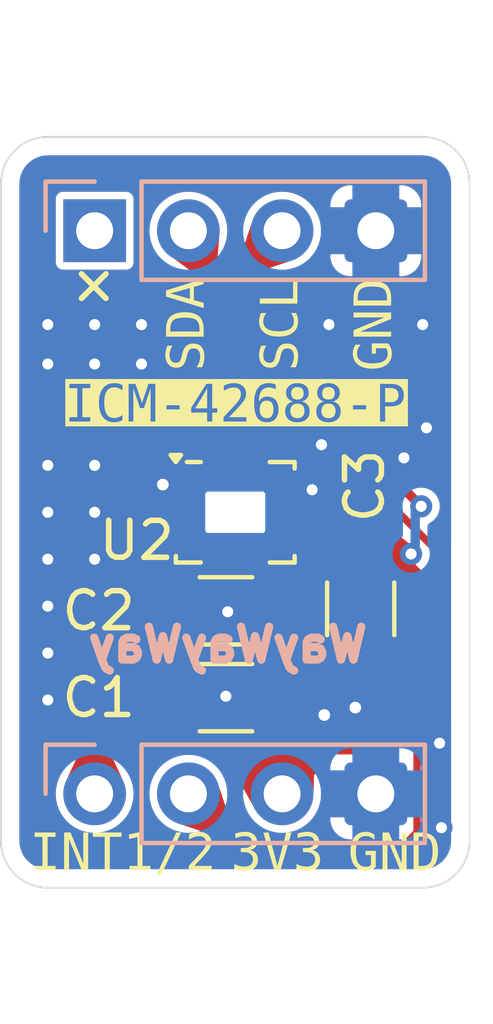
<source format=kicad_pcb>
(kicad_pcb (version 20240108) (generator "pcbnew") (generator_version "8.0")
  (layers (0 "F.Cu" signal) (31 "B.Cu" signal) (34 "B.Paste" user) (35 "F.Paste" user) (36 "B.SilkS" user "B.Silkscreen") (37 "F.SilkS" user "F.Silkscreen") (38 "B.Mask" user) (39 "F.Mask" user) (44 "Edge.Cuts" user))
  (net 0 "")
  (net 1 "+3V3")
  (net 2 "GND")
  (net 3 "/IMU_INT1")
  (net 4 "/IMU_INT2")
  (net 6 "/I2C2_SDA")
  (net 7 "/I2C2_SCL")
  (footprint "Capacitor_SMD:C_1206_3216Metric_Pad1.33x1.80mm_HandSolder" (layer "F.Cu") (at 135.64 97.727)
    (property "Reference" "C1" (at -3.45 0 0) (layer "F.SilkS"))
    (property "Value" "2u2")
    (fp_line (start -0.711252 -0.91) (end 0.711252 -0.91) (stroke (width 0.12)) (layer "F.SilkS"))
    (fp_line (start -0.711252 0.91) (end 0.711252 0.91) (stroke (width 0.12)) (layer "F.SilkS"))
    (pad "1" smd roundrect (at -1.5625 0) (size 1.325 1.8) (layers "F.Cu" "F.Paste" "F.Mask") (roundrect_rratio 0.188679) (net 1 "+3V3"))
    (pad "2" smd roundrect (at 1.5625 0) (size 1.325 1.8) (layers "F.Cu" "F.Paste" "F.Mask") (roundrect_rratio 0.188679) (net 2 "GND"))
  )
  (footprint "Capacitor_SMD:C_1206_3216Metric_Pad1.33x1.80mm_HandSolder" (layer "F.Cu") (at 135.64 95.377)
    (property "Reference" "C2" (at -3.45 0 0) (layer "F.SilkS"))
    (property "Value" "100n")
    (fp_line (start -0.711252 -0.91) (end 0.711252 -0.91) (stroke (width 0.12)) (layer "F.SilkS"))
    (fp_line (start -0.711252 0.91) (end 0.711252 0.91) (stroke (width 0.12)) (layer "F.SilkS"))
    (pad "1" smd roundrect (at -1.5625 0) (size 1.325 1.8) (layers "F.Cu" "F.Paste" "F.Mask") (roundrect_rratio 0.188679) (net 1 "+3V3"))
    (pad "2" smd roundrect (at 1.5625 0) (size 1.325 1.8) (layers "F.Cu" "F.Paste" "F.Mask") (roundrect_rratio 0.188679) (net 2 "GND"))
  )
  (footprint "Package_LGA:LGA-14_3x2.5mm_P0.5mm_LayoutBorder3x4y_Keepout" (layer "F.Cu") (at 135.89 92.71)
    (property "Reference" "U2" (at -2.667 0.762 0) (layer "F.SilkS"))
    (property "Value" "ICM-42688-P")
    (fp_line (start -1.61 1.36) (end -1.61 1.185) (stroke (width 0.12)) (layer "F.SilkS"))
    (fp_line (start -0.935 -1.36) (end -1.31 -1.36) (stroke (width 0.12)) (layer "F.SilkS"))
    (fp_line (start -0.935 1.36) (end -1.61 1.36) (stroke (width 0.12)) (layer "F.SilkS"))
    (fp_line (start 0.935 -1.36) (end 1.61 -1.36) (stroke (width 0.12)) (layer "F.SilkS"))
    (fp_line (start 0.935 1.36) (end 1.61 1.36) (stroke (width 0.12)) (layer "F.SilkS"))
    (fp_line (start 1.61 -1.36) (end 1.61 -1.185) (stroke (width 0.12)) (layer "F.SilkS"))
    (fp_line (start 1.61 1.36) (end 1.61 1.185) (stroke (width 0.12)) (layer "F.SilkS"))
    (fp_poly (pts (xy -1.61 -1.36) (xy -1.75 -1.55) (xy -1.47 -1.55) (xy -1.61 -1.36)) (stroke (width 0.12)) (fill solid) (layer "F.SilkS"))
    (pad "1" smd roundrect (at -1.1625 -0.75) (size 0.6096 0.3302) (layers "F.Cu" "F.Paste" "F.Mask") (net 2 "GND"))
    (pad "2" smd roundrect (at -1.1625 -0.25) (size 0.6096 0.3302) (layers "F.Cu" "F.Paste" "F.Mask"))
    (pad "3" smd roundrect (at -1.1625 0.25) (size 0.6096 0.3302) (layers "F.Cu" "F.Paste" "F.Mask"))
    (pad "4" smd roundrect (at -1.1625 0.75) (size 0.6096 0.3302) (layers "F.Cu" "F.Paste" "F.Mask") (net 3 "/IMU_INT1"))
    (pad "5" smd roundrect (at -0.5 0.9125) (size 0.3302 0.6096) (layers "F.Cu" "F.Paste" "F.Mask") (net 1 "+3V3"))
    (pad "6" smd roundrect (at 0 0.9125) (size 0.3302 0.6096) (layers "F.Cu" "F.Paste" "F.Mask") (net 2 "GND"))
    (pad "7" smd roundrect (at 0.5 0.9125) (size 0.3302 0.6096) (layers "F.Cu" "F.Paste" "F.Mask") (net 2 "GND"))
    (pad "8" smd roundrect (at 1.1625 0.75) (size 0.6096 0.3302) (layers "F.Cu" "F.Paste" "F.Mask") (net 1 "+3V3"))
    (pad "9" smd roundrect (at 1.1625 0.25) (size 0.6096 0.3302) (layers "F.Cu" "F.Paste" "F.Mask") (net 4 "/IMU_INT2"))
    (pad "10" smd roundrect (at 1.1625 -0.25) (size 0.6096 0.3302) (layers "F.Cu" "F.Paste" "F.Mask"))
    (pad "11" smd roundrect (at 1.1625 -0.75) (size 0.6096 0.3302) (layers "F.Cu" "F.Paste" "F.Mask") (net 2 "GND"))
    (pad "12" smd roundrect (at 0.5 -0.9125) (size 0.3302 0.6096) (layers "F.Cu" "F.Paste" "F.Mask") (net 1 "+3V3"))
    (pad "13" smd roundrect (at 0 -0.9125) (size 0.3302 0.6096) (layers "F.Cu" "F.Paste" "F.Mask") (net 7 "/I2C2_SCL"))
    (pad "14" smd roundrect (at -0.5 -0.9125) (size 0.3302 0.6096) (layers "F.Cu" "F.Paste" "F.Mask") (net 6 "/I2C2_SDA"))
    (zone (net 0) (net_name "") (layers "F&B.Cu") (connect_pads (clearance 0)) (min_thickness 0.25)
      (keepout (tracks not_allowed) (vias not_allowed) (pads not_allowed) (copperpour not_allowed) (footprints allowed))
      (fill (thermal_gap 0.5) (thermal_bridge_width 0.5))
      (polygon (pts (xy 135.14 92.21) (xy 136.64 92.21) (xy 136.64 93.21) (xy 135.14 93.21)))
    )
  )
  (footprint "Capacitor_SMD:C_1206_3216Metric_Pad1.33x1.80mm_HandSolder" (layer "F.Cu") (at 139.29 95.3225 -90)
    (property "Reference" "C3" (at -3.3237 -0.1052 -90) (layer "F.SilkS"))
    (property "Value" "10n")
    (fp_line (start -0.711252 0.91) (end 0.711252 0.91) (stroke (width 0.12)) (layer "F.SilkS"))
    (fp_line (start -0.711252 -0.91) (end 0.711252 -0.91) (stroke (width 0.12)) (layer "F.SilkS"))
    (pad "1" smd roundrect (at -1.5625 0 270) (size 1.325 1.8) (layers "F.Cu" "F.Paste" "F.Mask") (roundrect_rratio 0.188679) (net 1 "+3V3"))
    (pad "2" smd roundrect (at 1.5625 0 270) (size 1.325 1.8) (layers "F.Cu" "F.Paste" "F.Mask") (roundrect_rratio 0.188679) (net 2 "GND"))
  )
  (footprint "Connector_PinHeader_2.54mm:PinHeader_1x04_P2.54mm_Vertical" (layer "B.Cu") (at 132.08 85.09 -90)
    (property "Reference" "J2" (hide yes))
    (property "Value" "Conn_01x04_Pin")
    (fp_line (start -1.33 1.33) (end -1.33 0) (stroke (width 0.12)) (layer "B.SilkS"))
    (fp_line (start 0 1.33) (end -1.33 1.33) (stroke (width 0.12)) (layer "B.SilkS"))
    (fp_line (start 1.33 -1.27) (end -1.33 -1.27) (stroke (width 0.12)) (layer "B.SilkS"))
    (fp_line (start -1.33 -8.95) (end -1.33 -1.27) (stroke (width 0.12)) (layer "B.SilkS"))
    (fp_line (start 1.33 -8.95) (end 1.33 -1.27) (stroke (width 0.12)) (layer "B.SilkS"))
    (fp_line (start 1.33 -8.95) (end -1.33 -8.95) (stroke (width 0.12)) (layer "B.SilkS"))
    (pad "1" thru_hole rect (at 0 0 270) (size 1.7 1.7) (drill 1) (layers "*.Cu" "*.Mask"))
    (pad "2" thru_hole oval (at 0 -2.54 270) (size 1.7 1.7) (drill 1) (layers "*.Cu" "*.Mask") (net 6 "/I2C2_SDA"))
    (pad "3" thru_hole oval (at 0 -5.08 270) (size 1.7 1.7) (drill 1) (layers "*.Cu" "*.Mask") (net 7 "/I2C2_SCL"))
    (pad "4" thru_hole roundrect (at 0 -7.62 270) (size 1.7 1.7) (drill 1) (layers "*.Cu" "*.Mask") (roundrect_rratio 0.1) (net 2 "GND"))
  )
  (footprint "Connector_PinHeader_2.54mm:PinHeader_1x04_P2.54mm_Vertical" (layer "B.Cu") (at 132.08 100.33 -90)
    (property "Reference" "J1" (hide yes))
    (property "Value" "Conn_01x04_Pin")
    (fp_line (start -1.33 1.33) (end -1.33 0) (stroke (width 0.12)) (layer "B.SilkS"))
    (fp_line (start 0 1.33) (end -1.33 1.33) (stroke (width 0.12)) (layer "B.SilkS"))
    (fp_line (start 1.33 -1.27) (end -1.33 -1.27) (stroke (width 0.12)) (layer "B.SilkS"))
    (fp_line (start -1.33 -8.95) (end -1.33 -1.27) (stroke (width 0.12)) (layer "B.SilkS"))
    (fp_line (start 1.33 -8.95) (end 1.33 -1.27) (stroke (width 0.12)) (layer "B.SilkS"))
    (fp_line (start 1.33 -8.95) (end -1.33 -8.95) (stroke (width 0.12)) (layer "B.SilkS"))
    (pad "1" thru_hole circle (at 0 0 270) (size 1.7 1.7) (drill 1) (layers "*.Cu" "*.Mask") (net 3 "/IMU_INT1"))
    (pad "2" thru_hole oval (at 0 -2.54 270) (size 1.7 1.7) (drill 1) (layers "*.Cu" "*.Mask") (net 4 "/IMU_INT2"))
    (pad "3" thru_hole oval (at 0 -5.08 270) (size 1.7 1.7) (drill 1) (layers "*.Cu" "*.Mask") (net 1 "+3V3"))
    (pad "4" thru_hole roundrect (at 0 -7.62 270) (size 1.7 1.7) (drill 1) (layers "*.Cu" "*.Mask") (roundrect_rratio 0.1) (net 2 "GND"))
  )
  (gr_line (start 131.7244 86.9188) (end 132.3848 86.2584) (stroke (width 0.1524)) (layer "F.SilkS"))
  (gr_line (start 131.7244 86.2584) (end 132.3848 86.9188) (stroke (width 0.1524)) (layer "F.SilkS"))
  (gr_line (start 130.81 82.55) (end 140.97 82.55) (stroke (width 0.05)) (layer "Edge.Cuts"))
  (gr_arc (start 140.97 82.55) (mid 141.868026 82.921974) (end 142.24 83.82) (stroke (width 0.05)) (layer "Edge.Cuts"))
  (gr_arc (start 129.54 83.82) (mid 129.911974 82.921974) (end 130.81 82.55) (stroke (width 0.05)) (layer "Edge.Cuts"))
  (gr_arc (start 130.81 102.87) (mid 129.911974 102.498026) (end 129.54 101.6) (stroke (width 0.05)) (layer "Edge.Cuts"))
  (gr_line (start 140.97 102.87) (end 130.81 102.87) (stroke (width 0.05)) (layer "Edge.Cuts"))
  (gr_arc (start 142.24 101.6) (mid 141.868026 102.498026) (end 140.97 102.87) (stroke (width 0.05)) (layer "Edge.Cuts"))
  (gr_line (start 129.54 101.6) (end 129.54 83.82) (stroke (width 0.05)) (layer "Edge.Cuts"))
  (gr_line (start 142.24 83.82) (end 142.24 101.6) (stroke (width 0.05)) (layer "Edge.Cuts"))
  (gr_text "WayWayWay" (at 135.6868 96.817 0) (layer "B.SilkS") (effects (font (size 0.889 0.889) (thickness 0.22225) (bold yes)) (justify bottom mirror)))
  (gr_text "3V3" (at 137.033 101.981 0) (layer "F.SilkS") (effects (font (size 1 1) (thickness 0.1524))))
  (gr_text "SDA" (at 134.62 87.63 90) (layer "F.SilkS") (effects (font (size 1 1) (thickness 0.1524))))
  (gr_text "GND" (at 139.7 87.63 90) (layer "F.SilkS") (effects (font (size 1 1) (thickness 0.1524))))
  (gr_text "GND" (at 140.208 101.981 0) (layer "F.SilkS") (effects (font (size 1 1) (thickness 0.1524))))
  (gr_text "ICM-42688-P" (at 135.89 90.424 0) (layer "F.SilkS" knockout) (effects (font (size 1 1)) (justify bottom)))
  (gr_text "SCL" (at 137.16 87.63 90) (layer "F.SilkS") (effects (font (size 1 1) (thickness 0.1524))))
  (gr_text "INT1/2" (at 132.842 101.981 0) (layer "F.SilkS") (effects (font (size 1 1) (thickness 0.1524))))
  (segment (start 134.0775 95.377) (end 134.33631 95.377) (width 0.7) (layer "F.Cu") (net 1))
  (segment (start 135.39 94.32331) (end 135.19 94.52331) (width 0.3048) (layer "F.Cu") (net 1))
  (segment (start 137.5664 100.33) (end 137.16 100.33) (width 0.508) (layer "F.Cu") (net 1))
  (segment (start 135.655019 99.040981) (end 138.449019 99.040981) (width 0.508) (layer "F.Cu") (net 1))
  (segment (start 140.655594 93.837206) (end 140.1638 94.329) (width 0.254) (layer "F.Cu") (net 1))
  (segment (start 134.0775 97.727) (end 134.0775 95.377) (width 1) (layer "F.Cu") (net 1))
  (segment (start 138.449019 99.040981) (end 138.4808 99.0092) (width 0.508) (layer "F.Cu") (net 1))
  (segment (start 140.928806 92.547994) (end 139.871612 91.4908) (width 0.254) (layer "F.Cu") (net 1))
  (segment (start 140.655594 93.837206) (end 140.579394 93.761006) (width 0.381) (layer "F.Cu") (net 1))
  (segment (start 140.8176 94.4372) (end 140.8176 95.4024) (width 0.381) (layer "F.Cu") (net 1))
  (segment (start 140.716 97.3854) (end 140.716 95.504) (width 0.7) (layer "F.Cu") (net 1))
  (segment (start 137.0525 93.46) (end 137.6525 93.46) (width 0.3048) (layer "F.Cu") (net 1))
  (segment (start 137.9525 93.76) (end 139.29 93.76) (width 0.25) (layer "F.Cu") (net 1))
  (segment (start 140.716 98.0948) (end 140.716 97.3854) (width 0.508) (layer "F.Cu") (net 1))
  (segment (start 137.0584 99.2632) (end 137.0584 100.2284) (width 0.508) (layer "F.Cu") (net 1))
  (segment (start 138.2268 99.2632) (end 138.4808 99.0092) (width 0.508) (layer "F.Cu") (net 1))
  (segment (start 137.16 100.33) (end 136.944038 100.33) (width 0.508) (layer "F.Cu") (net 1))
  (segment (start 140.716 95.186) (end 140.4432 94.9132) (width 0.7) (layer "F.Cu") (net 1))
  (segment (start 140.716 95.504) (end 140.716 95.186) (width 0.7) (layer "F.Cu") (net 1))
  (segment (start 136.944038 100.33) (end 135.655019 99.040981) (width 0.508) (layer "F.Cu") (net 1))
  (segment (start 137.0584 99.2632) (end 138.2268 99.2632) (width 0.508) (layer "F.Cu") (net 1))
  (segment (start 135.877238 99.2632) (end 137.0584 99.2632) (width 0.508) (layer "F.Cu") (net 1))
  (segment (start 138.4808 99.0092) (end 139.8016 99.0092) (width 0.508) (layer "F.Cu") (net 1))
  (segment (start 140.5128 94.8436) (end 140.4432 94.9132) (width 0.254) (layer "F.Cu") (net 1))
  (segment (start 140.655594 94.275194) (end 140.8176 94.4372) (width 0.381) (layer "F.Cu") (net 1))
  (segment (start 140.655594 93.837206) (end 140.655594 94.275194) (width 0.254) (layer "F.Cu") (net 1))
  (segment (start 136.6967 91.4908) (end 136.39 91.7975) (width 0.254) (layer "F.Cu") (net 1))
  (segment (start 139.871612 91.4908) (end 136.6967 91.4908) (width 0.254) (layer "F.Cu") (net 1))
  (segment (start 140.1638 94.6338) (end 139.29 93.76) (width 0.7) (layer "F.Cu") (net 1))
  (segment (start 135.655019 99.040981) (end 134.341038 97.727) (width 0.508) (layer "F.Cu") (net 1))
  (segment (start 134.341038 97.727) (end 134.0775 97.727) (width 0.508) (layer "F.Cu") (net 1))
  (segment (start 139.8016 99.0092) (end 140.716 98.0948) (width 0.508) (layer "F.Cu") (net 1))
  (segment (start 135.39 93.6225) (end 135.39 94.32331) (width 0.3048) (layer "F.Cu") (net 1))
  (segment (start 140.5128 93.98) (end 140.5128 94.8436) (width 0.381) (layer "F.Cu") (net 1))
  (segment (start 135.655019 99.040981) (end 135.877238 99.2632) (width 0.508) (layer "F.Cu") (net 1))
  (segment (start 137.6525 93.46) (end 137.9525 93.76) (width 0.25) (layer "F.Cu") (net 1))
  (segment (start 140.8176 95.4024) (end 140.716 95.504) (width 0.254) (layer "F.Cu") (net 1))
  (segment (start 140.579394 93.761006) (end 139.291006 93.761006) (width 0.381) (layer "F.Cu") (net 1))
  (segment (start 137.0584 100.2284) (end 137.16 100.33) (width 0.508) (layer "F.Cu") (net 1))
  (segment (start 137.16 100.33) (end 138.2268 99.2632) (width 0.508) (layer "F.Cu") (net 1))
  (segment (start 140.655594 93.837206) (end 140.5128 93.98) (width 0.254) (layer "F.Cu") (net 1))
  (segment (start 139.291006 93.761006) (end 139.29 93.76) (width 0.254) (layer "F.Cu") (net 1))
  (segment (start 140.1638 94.329) (end 140.1638 94.6338) (width 0.254) (layer "F.Cu") (net 1))
  (segment (start 134.0775 95.9225) (end 134.0775 95.377) (width 0.7) (layer "F.Cu") (net 1))
  (segment (start 134.33631 95.377) (end 135.19 94.52331) (width 0.508) (layer "F.Cu") (net 1))
  (segment (start 140.4432 94.9132) (end 140.1638 94.6338) (width 0.7) (layer "F.Cu") (net 1))
  (via (at 140.928806 92.547994) (size 0.6) (drill 0.3) (layers "F.Cu" "B.Cu") (net 1))
  (via (at 140.655594 93.837206) (size 0.6) (drill 0.3) (layers "F.Cu" "B.Cu") (net 1))
  (segment (start 140.7668 92.71) (end 140.928806 92.547994) (width 0.254) (layer "B.Cu") (net 1))
  (segment (start 140.7668 93.726) (end 140.7668 92.71) (width 0.254) (layer "B.Cu") (net 1))
  (segment (start 140.655594 93.837206) (end 140.7668 93.726) (width 0.254) (layer "B.Cu") (net 1))
  (segment (start 136.39 94.5645) (end 137.2025 95.377) (width 0.2794) (layer "F.Cu") (net 2))
  (segment (start 136.9445 95.377) (end 136.09 94.5225) (width 0.508) (layer "F.Cu") (net 2))
  (segment (start 135.89 94.3225) (end 135.9785 94.234) (width 0.3048) (layer "F.Cu") (net 2))
  (segment (start 135.89 94.0816) (end 135.89 94.3225) (width 0.3048) (layer "F.Cu") (net 2))
  (segment (start 137.0525 91.96) (end 137.8324 91.96) (width 0.3302) (layer "F.Cu") (net 2))
  (segment (start 136.39 94.234) (end 136.39 94.5645) (width 0.2794) (layer "F.Cu") (net 2))
  (segment (start 137.2025 97.727) (end 137.2025 95.377) (width 1) (layer "F.Cu") (net 2))
  (segment (start 139.29 97.84963) (end 139.29 96.885) (width 0.7) (layer "F.Cu") (net 2))
  (segment (start 136.39 93.6225) (end 136.39 94.234) (width 0.2794) (layer "F.Cu") (net 2))
  (segment (start 135.89 94.3225) (end 136.09 94.5225) (width 0.3048) (layer "F.Cu") (net 2))
  (segment (start 137.5664 98.1964) (end 137.2025 97.8325) (width 0.508) (layer "F.Cu") (net 2))
  (segment (start 139.143815 97.995815) (end 139.29 97.84963) (width 0.7) (layer "F.Cu") (net 2))
  (segment (start 138.303 98.1964) (end 137.5664 98.1964) (width 0.508) (layer "F.Cu") (net 2))
  (segment (start 136.39 93.6225) (end 136.39 93.9372) (width 0.2794) (layer "F.Cu") (net 2))
  (segment (start 135.89 93.6225) (end 135.89 94.0816) (width 0.3048) (layer "F.Cu") (net 2))
  (segment (start 137.2025 95.377) (end 136.9445 95.377) (width 0.7) (layer "F.Cu") (net 2))
  (segment (start 136.2456 94.0816) (end 135.89 94.0816) (width 0.2794) (layer "F.Cu") (net 2))
  (segment (start 137.8324 91.96) (end 137.9728 92.1004) (width 0.3302) (layer "F.Cu") (net 2))
  (segment (start 135.9785 94.234) (end 136.39 94.234) (width 0.3048) (layer "F.Cu") (net 2))
  (segment (start 137.2025 97.8325) (end 137.2025 97.727) (width 0.508) (layer "F.Cu") (net 2))
  (segment (start 136.39 93.9372) (end 136.2456 94.0816) (width 0.2794) (layer "F.Cu") (net 2))
  (segment (start 134.7275 91.96) (end 133.9275 91.96) (width 0.25) (layer "F.Cu") (net 2))
  (via (at 132.08 93.98) (size 0.6) (drill 0.3) (layers "F.Cu" "B.Cu") (net 2))
  (via (at 133.35 87.63) (size 0.6) (drill 0.3) (layers "F.Cu" "B.Cu") (net 2))
  (via (at 139.143815 97.995815) (size 0.762) (drill 0.3175) (layers "F.Cu" "B.Cu") (net 2))
  (via (at 140.462 91.2368) (size 0.6) (drill 0.3) (layers "F.Cu" "B.Cu") (net 2))
  (via (at 133.9275 91.96) (size 0.762) (drill 0.3175) (layers "F.Cu" "B.Cu") (net 2))
  (via (at 130.81 97.79) (size 0.6) (drill 0.3) (layers "F.Cu" "B.Cu") (net 2))
  (via (at 132.08 88.6968) (size 0.6) (drill 0.3) (layers "F.Cu" "B.Cu") (net 2))
  (via (at 130.81 93.98) (size 0.6) (drill 0.3) (layers "F.Cu" "B.Cu") (net 2))
  (via (at 138.303 98.1964) (size 0.762) (drill 0.3175) (layers "F.Cu" "B.Cu") (net 2))
  (via (at 140.97 87.63) (size 0.6) (drill 0.3) (layers "F.Cu" "B.Cu") (net 2))
  (via (at 130.81 88.6968) (size 0.6) (drill 0.3) (layers "F.Cu" "B.Cu") (net 2))
  (via (at 130.81 91.44) (size 0.6) (drill 0.3) (layers "F.Cu" "B.Cu") (net 2))
  (via (at 141.478 101.2444) (size 0.6) (drill 0.3) (layers "F.Cu" "B.Cu") (net 2))
  (via (at 132.08 87.63) (size 0.6) (drill 0.3) (layers "F.Cu" "B.Cu") (net 2))
  (via (at 141.0716 90.424) (size 0.6) (drill 0.3) (layers "F.Cu" "B.Cu") (net 2))
  (via (at 130.81 96.52) (size 0.6) (drill 0.3) (layers "F.Cu" "B.Cu") (net 2))
  (via (at 135.636 97.6884) (size 0.6) (drill 0.3) (layers "F.Cu" "B.Cu") (net 2))
  (via (at 130.81 87.63) (size 0.6) (drill 0.3) (layers "F.Cu" "B.Cu") (net 2))
  (via (at 130.81 95.25) (size 0.6) (drill 0.3) (layers "F.Cu" "B.Cu") (net 2))
  (via (at 132.08 92.71) (size 0.6) (drill 0.3) (layers "F.Cu" "B.Cu") (net 2))
  (via (at 130.81 92.71) (size 0.6) (drill 0.3) (layers "F.Cu" "B.Cu") (net 2))
  (via (at 135.6868 95.4024) (size 0.6) (drill 0.3) (layers "F.Cu" "B.Cu") (net 2))
  (via (at 133.35 88.6968) (size 0.6) (drill 0.3) (layers "F.Cu" "B.Cu") (net 2))
  (via (at 132.08 91.44) (size 0.6) (drill 0.3) (layers "F.Cu" "B.Cu") (net 2))
  (via (at 137.9728 92.1004) (size 0.6) (drill 0.3) (layers "F.Cu" "B.Cu") (net 2))
  (via (at 141.4272 98.9584) (size 0.6) (drill 0.3) (layers "F.Cu" "B.Cu") (net 2))
  (via (at 138.2268 90.8812) (size 0.6) (drill 0.3) (layers "F.Cu" "B.Cu") (net 2))
  (via (at 138.43 87.63) (size 0.6) (drill 0.3) (layers "F.Cu" "B.Cu") (net 2))
  (segment (start 132.08 98.171) (end 132.08 100.33) (width 0.3048) (layer "F.Cu") (net 3))
  (segment (start 134.7275 93.46) (end 134.721888 93.46) (width 0.3048) (layer "F.Cu") (net 3))
  (segment (start 132.207 94.996) (end 132.207 98.044) (width 0.3048) (layer "F.Cu") (net 3))
  (segment (start 134.7275 93.46) (end 133.743 93.46) (width 0.3048) (layer "F.Cu") (net 3))
  (segment (start 132.207 98.044) (end 132.08 98.171) (width 0.3048) (layer "F.Cu") (net 3))
  (segment (start 133.743 93.46) (end 132.207 94.996) (width 0.3048) (layer "F.Cu") (net 3))
  (segment (start 140.462 101.727) (end 140.8176 101.3714) (width 0.2) (layer "F.Cu") (net 4))
  (segment (start 140.8176 98.709358) (end 141.3184 98.208558) (width 0.2) (layer "F.Cu") (net 4))
  (segment (start 134.62 100.33) (end 136.017 101.727) (width 0.2) (layer "F.Cu") (net 4))
  (segment (start 137.7525 92.96) (end 137.0525 92.96) (width 0.3) (layer "F.Cu") (net 4))
  (segment (start 141.3184 98.208558) (end 141.3184 93.7188) (width 0.2) (layer "F.Cu") (net 4))
  (segment (start 141.3184 93.7188) (end 140.3971 92.7975) (width 0.2) (layer "F.Cu") (net 4))
  (segment (start 140.3971 92.7975) (end 137.915 92.7975) (width 0.2) (layer "F.Cu") (net 4))
  (segment (start 137.915 92.7975) (end 137.7525 92.96) (width 0.2) (layer "F.Cu") (net 4))
  (segment (start 136.017 101.727) (end 140.462 101.727) (width 0.2) (layer "F.Cu") (net 4))
  (segment (start 140.8176 101.3714) (end 140.8176 98.709358) (width 0.2) (layer "F.Cu") (net 4))
  (segment (start 135.39 91.7975) (end 135.39 91.485001) (width 0.2) (layer "F.Cu") (net 6))
  (segment (start 135.39 91.485001) (end 135.255 91.350001) (width 0.2) (layer "F.Cu") (net 6))
  (segment (start 135.255 91.350001) (end 135.255 85.725) (width 0.2) (layer "F.Cu") (net 6))
  (segment (start 135.255 85.725) (end 134.62 85.09) (width 0.2) (layer "F.Cu") (net 6))
  (segment (start 137.16 85.09) (end 135.74 86.51) (width 0.2) (layer "F.Cu") (net 7))
  (segment (start 135.89 91.416739) (end 135.89 91.7975) (width 0.2) (layer "F.Cu") (net 7))
  (segment (start 135.74 86.51) (end 135.74 91.266739) (width 0.2) (layer "F.Cu") (net 7))
  (segment (start 135.74 91.266739) (end 135.89 91.416739) (width 0.2) (layer "F.Cu") (net 7))
  (zone (net 2) (net_name "GND") (layers "F&B.Cu") (connect_pads (clearance 0.2032)) (min_thickness 0.25) (fill yes (thermal_gap 0.381) (thermal_bridge_width 1.27) (smoothing fillet) (radius 0.381) (island_removal_mode 2) (island_area_min 0.64516))
    (polygon (pts (xy 129.54 82.55) (xy 142.24 82.55) (xy 142.24 102.87) (xy 129.54 102.87)))
  )
  (zone (net 0) (net_name "") (layers "F.Cu" "Edge.Cuts") (connect_pads (clearance 0)) (min_thickness 0.25)
    (keepout (tracks allowed) (vias allowed) (pads allowed) (copperpour not_allowed) (footprints allowed))
    (fill (thermal_gap 0.5) (thermal_bridge_width 0.5))
    (polygon (pts (xy 140.19 94.4225) (xy 140.19 96.2225) (xy 138.39 96.2225) (xy 138.39 94.4225)))
  )
  (zone (net 0) (net_name "") (layer "B.Cu") (connect_pads (clearance 0)) (min_thickness 0.25)
    (keepout (tracks allowed) (vias allowed) (pads allowed) (copperpour not_allowed) (footprints allowed))
    (fill (thermal_gap 0.381) (thermal_bridge_width 1.27))
    (polygon (pts (xy 135.0772 92.202) (xy 135.128 92.1512) (xy 136.652 92.1512) (xy 136.7028 92.202) (xy 136.7028 93.218) (xy 136.652 93.2688) (xy 135.128 93.2688) (xy 135.0772 93.218)))
  )
)
</source>
